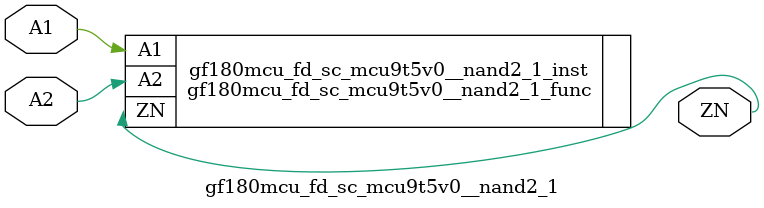
<source format=v>

module gf180mcu_fd_sc_mcu9t5v0__nand2_1( A2, ZN, A1 );
input A1, A2;
output ZN;

   `ifdef FUNCTIONAL  //  functional //

	gf180mcu_fd_sc_mcu9t5v0__nand2_1_func gf180mcu_fd_sc_mcu9t5v0__nand2_1_behav_inst(.A2(A2),.ZN(ZN),.A1(A1));

   `else

	gf180mcu_fd_sc_mcu9t5v0__nand2_1_func gf180mcu_fd_sc_mcu9t5v0__nand2_1_inst(.A2(A2),.ZN(ZN),.A1(A1));

	// spec_gates_begin


	// spec_gates_end



   specify

	// specify_block_begin

	// comb arc A1 --> ZN
	 (A1 => ZN) = (1.0,1.0);

	// comb arc A2 --> ZN
	 (A2 => ZN) = (1.0,1.0);

	// specify_block_end

   endspecify

   `endif

endmodule

</source>
